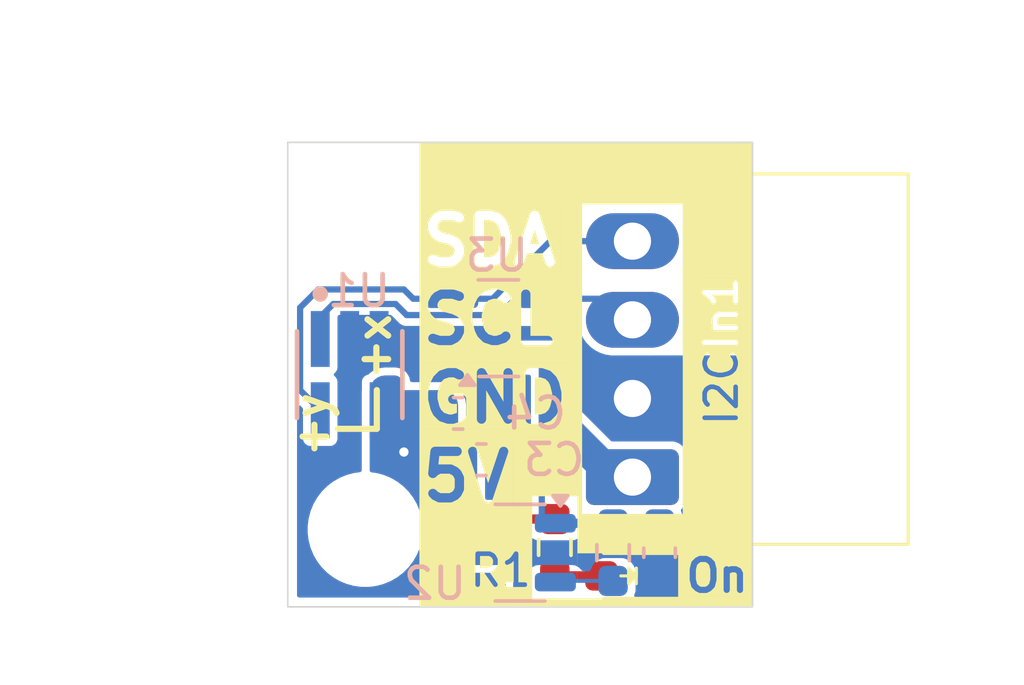
<source format=kicad_pcb>
(kicad_pcb (version 20240108) (generator "pcbnew") (generator_version "8.0")
  (title_block (title "Miniature TMAG Carrier") (rev "1") (company "SJSU Robotics"))
  (layers (0 "F.Cu" signal) (31 "B.Cu" signal) (34 "B.Paste" user) (35 "F.Paste" user) (36 "B.SilkS" user "B.Silkscreen") (37 "F.SilkS" user "F.Silkscreen") (38 "B.Mask" user) (39 "F.Mask" user) (44 "Edge.Cuts" user))
  (net 0 "")
  (net 1 "+5V")
  (net 2 "Net-(U2-EN)")
  (net 3 "+3V3")
  (net 4 "Net-(D1-A)")
  (net 5 "I2C_SCL")
  (net 6 "I2C_SDA")
  (net 8 "GND")
  (footprint "MountingHole:MountingHole_3.2mm_M3" (layer "F.Cu") (at 52.5 22.5)
    (property "Reference" "H1" (hide yes))
    (property "Value" "MountingHole")
    (pad "" np_thru_hole circle (at 0 0) (size 3.2 3.2) (drill 3.2) (layers "*.Cu" "*.Mask"))
  )
  (footprint "Temporary Common:Pluggable_Terminal_2.54mm_4P_Horizontal" (layer "F.Cu") (at 57.675 26.78 90)
    (property "Reference" "I2CIn1" (at 0.03 6.325 90) (layer "F.SilkS" knockout))
    (property "Value" "Conn_01x04_MountingPin")
    (fp_line (start -3.9 1) (end -4.2 1.6) (stroke (width 0.12)) (layer "F.SilkS"))
    (fp_line (start -4.5 1) (end -3.9 1) (stroke (width 0.12)) (layer "F.SilkS"))
    (fp_line (start -4.2 1.6) (end -4.5 1) (stroke (width 0.12)) (layer "F.SilkS"))
    (fp_line (start 5.76 2.25) (end 5.76 12.35) (stroke (width 0.1)) (layer "F.SilkS"))
    (fp_line (start -6.2 2.25) (end -6.2 12.35) (stroke (width 0.1)) (layer "F.SilkS"))
    (fp_line (start -6.2 12.35) (end 5.76 12.35) (stroke (width 0.1)) (layer "F.SilkS"))
    (pad "1" thru_hole roundrect (at -4.03 3.45 90) (size 1.8 3) (drill 1.2) (layers "*.Cu" "*.Mask") (roundrect_rratio 0.138889) (net 1 "+5V"))
    (pad "2" thru_hole oval (at -1.49 3.45 90) (size 1.8 3) (drill 1.2) (layers "*.Cu" "*.Mask") (net 8 "GND"))
    (pad "3" thru_hole oval (at 1.05 3.45 90) (size 1.8 3) (drill 1.2) (layers "*.Cu" "*.Mask") (net 5 "I2C_SCL"))
    (pad "4" thru_hole oval (at 3.59 3.45 90) (size 1.8 3) (drill 1.2) (layers "*.Cu" "*.Mask") (net 6 "I2C_SDA"))
  )
  (footprint "LED_SMD:LED_0603_1608Metric_Pad1.05x0.95mm_HandSolder" (layer "F.Cu") (at 61 34 180)
    (property "Reference" "D1" (hide yes))
    (property "Value" "LED")
    (fp_line (start 0.8 -0.735) (end -1.66 -0.735) (stroke (width 0.12)) (layer "F.SilkS"))
    (fp_line (start -1.66 0.735) (end 0.8 0.735) (stroke (width 0.12)) (layer "F.SilkS"))
    (fp_line (start -1.66 -0.735) (end -1.66 0.735) (stroke (width 0.12)) (layer "F.SilkS"))
    (pad "1" smd roundrect (at -0.875 0 180) (size 1.05 0.95) (layers "F.Cu" "F.Paste" "F.Mask") (net 8 "GND"))
    (pad "2" smd roundrect (at 0.875 0 180) (size 1.05 0.95) (layers "F.Cu" "F.Paste" "F.Mask") (net 4 "Net-(D1-A)"))
  )
  (footprint "Resistor_SMD:R_0603_1608Metric_Pad0.98x0.95mm_HandSolder" (layer "F.Cu") (at 58.619423 33.077649 -90)
    (property "Reference" "R1" (at 0.75 1.75 180) (layer "F.SilkS" knockout))
    (property "Value" "2.2k")
    (fp_line (start -0.254724 0.5225) (end 0.254724 0.5225) (stroke (width 0.12)) (layer "F.SilkS"))
    (fp_line (start -0.254724 -0.5225) (end 0.254724 -0.5225) (stroke (width 0.12)) (layer "F.SilkS"))
    (pad "1" smd roundrect (at -0.9125 0 270) (size 0.975 0.95) (layers "F.Cu" "F.Paste" "F.Mask") (net 3 "+3V3"))
    (pad "2" smd roundrect (at 0.9125 0 270) (size 0.975 0.95) (layers "F.Cu" "F.Paste" "F.Mask") (net 4 "Net-(D1-A)"))
  )
  (footprint "MountingHole:MountingHole_3.2mm_M3" (layer "F.Cu") (at 52.5 32.5)
    (property "Reference" "H2" (hide yes))
    (property "Value" "MountingHole")
    (pad "" np_thru_hole circle (at 0 0) (size 3.2 3.2) (drill 3.2) (layers "*.Cu" "*.Mask"))
  )
  (footprint "Capacitor_SMD:C_0603_1608Metric_Pad1.08x0.95mm_HandSolder" (layer "B.Cu") (at 62 33.25 -90)
    (property "Reference" "C1" (hide yes))
    (property "Value" "2.2u")
    (fp_line (start 0.146267 0.51) (end -0.146267 0.51) (stroke (width 0.12)) (layer "B.SilkS"))
    (fp_line (start 0.146267 -0.51) (end -0.146267 -0.51) (stroke (width 0.12)) (layer "B.SilkS"))
    (pad "1" smd roundrect (at -0.8625 0 270) (size 1.075 0.95) (layers "B.Cu" "B.Paste" "B.Mask") (net 1 "+5V"))
    (pad "2" smd roundrect (at 0.8625 0 270) (size 1.075 0.95) (layers "B.Cu" "B.Paste" "B.Mask") (net 8 "GND"))
  )
  (footprint "Package_TO_SOT_SMD:SOT-23-5" (layer "B.Cu") (at 57.5 33.25 180)
    (property "Reference" "U2" (at 2.75 -1 180) (layer "B.SilkS") (effects (justify mirror)))
    (property "Value" "TPMIC5504-3.3YM5")
    (fp_line (start 0.8 1.56) (end 0 1.56) (stroke (width 0.12)) (layer "B.SilkS"))
    (fp_line (start 0.8 -1.56) (end 0 -1.56) (stroke (width 0.12)) (layer "B.SilkS"))
    (fp_line (start -0.8 1.56) (end 0 1.56) (stroke (width 0.12)) (layer "B.SilkS"))
    (fp_line (start -0.8 -1.56) (end 0 -1.56) (stroke (width 0.12)) (layer "B.SilkS"))
    (fp_poly (pts (xy -1.3 1.51) (xy -1.54 1.84) (xy -1.06 1.84) (xy -1.3 1.51)) (stroke (width 0.12)) (fill solid) (layer "B.SilkS"))
    (pad "1" smd roundrect (at -1.1375 0.95 180) (size 1.325 0.6) (layers "B.Cu" "B.Paste" "B.Mask") (net 1 "+5V"))
    (pad "2" smd roundrect (at -1.1375 0 180) (size 1.325 0.6) (layers "B.Cu" "B.Paste" "B.Mask") (net 8 "GND"))
    (pad "3" smd roundrect (at -1.1375 -0.95 180) (size 1.325 0.6) (layers "B.Cu" "B.Paste" "B.Mask") (net 2 "Net-(U2-EN)"))
    (pad "4" smd roundrect (at 1.1375 -0.95 180) (size 1.325 0.6) (layers "B.Cu" "B.Paste" "B.Mask"))
    (pad "5" smd roundrect (at 1.1375 0.95 180) (size 1.325 0.6) (layers "B.Cu" "B.Paste" "B.Mask") (net 3 "+3V3"))
  )
  (footprint "Package_TO_SOT_SMD:SOT-143_Handsoldering" (layer "B.Cu") (at 56.8 26)
    (property "Reference" "U3" (at -0.05 -2.35 0) (layer "B.SilkS") (effects (justify mirror)))
    (property "Value" "DRTR5V0U2SRQ")
    (fp_line (start -0.62 1.56) (end 0.65 1.56) (stroke (width 0.12)) (layer "B.SilkS"))
    (fp_line (start 0.65 -1.56) (end -0.65 -1.56) (stroke (width 0.12)) (layer "B.SilkS"))
    (fp_poly (pts (xy -1 1.51) (xy -1.24 1.84) (xy -0.76 1.84) (xy -1 1.51)) (stroke (width 0.12)) (fill solid) (layer "B.SilkS"))
    (pad "1" smd roundrect (at -1.5 0.75) (size 1.7 1) (layers "B.Cu" "B.Paste" "B.Mask") (net 8 "GND"))
    (pad "2" smd roundrect (at -1.5 -0.95) (size 1.7 0.6) (layers "B.Cu" "B.Paste" "B.Mask") (net 6 "I2C_SDA"))
    (pad "3" smd roundrect (at 1.5 -0.95) (size 1.7 0.6) (layers "B.Cu" "B.Paste" "B.Mask") (net 5 "I2C_SCL"))
    (pad "4" smd roundrect (at 1.5 0.95) (size 1.7 0.6) (layers "B.Cu" "B.Paste" "B.Mask") (net 1 "+5V"))
  )
  (footprint "Capacitor_SMD:C_0603_1608Metric_Pad1.08x0.95mm_HandSolder" (layer "B.Cu") (at 56.25 30.25)
    (property "Reference" "C3" (at 2.35 0 0) (layer "B.SilkS") (effects (justify mirror)))
    (property "Value" "100n")
    (fp_line (start 0.146267 -0.51) (end -0.146267 -0.51) (stroke (width 0.12)) (layer "B.SilkS"))
    (fp_line (start 0.146267 0.51) (end -0.146267 0.51) (stroke (width 0.12)) (layer "B.SilkS"))
    (pad "1" smd roundrect (at -0.8625 0) (size 1.075 0.95) (layers "B.Cu" "B.Paste" "B.Mask") (net 3 "+3V3"))
    (pad "2" smd roundrect (at 0.8625 0) (size 1.075 0.95) (layers "B.Cu" "B.Paste" "B.Mask") (net 8 "GND"))
  )
  (footprint "Capacitor_SMD:C_0603_1608Metric_Pad1.08x0.95mm_HandSolder" (layer "B.Cu") (at 55.5 28.75)
    (property "Reference" "C4" (at 2.5 0 180) (layer "B.SilkS") (effects (justify mirror)))
    (property "Value" "1u")
    (fp_line (start 0.146267 -0.51) (end -0.146267 -0.51) (stroke (width 0.12)) (layer "B.SilkS"))
    (fp_line (start 0.146267 0.51) (end -0.146267 0.51) (stroke (width 0.12)) (layer "B.SilkS"))
    (pad "1" smd roundrect (at -0.8625 0) (size 1.075 0.95) (layers "B.Cu" "B.Paste" "B.Mask") (net 3 "+3V3"))
    (pad "2" smd roundrect (at 0.8625 0) (size 1.075 0.95) (layers "B.Cu" "B.Paste" "B.Mask") (net 8 "GND"))
  )
  (footprint "footprints:DBV0006A-IPC_A" (layer "B.Cu") (at 52 27.5 -90)
    (property "Reference" "U1" (at -2.7 -0.3 0) (layer "B.SilkS") (effects (justify mirror)))
    (property "Value" "TMAG5273B1QDBVR" (hide yes))
    (fp_line (start 1.4 1.699999) (end -1.4 1.699999) (stroke (width 0.15)) (layer "B.SilkS"))
    (fp_line (start 1.4 -1.699999) (end -1.4 -1.699999) (stroke (width 0.15)) (layer "B.SilkS"))
    (fp_circle (center -2.603101 0.950001) (end -2.4781 0.950001) (stroke (width 0.25)) (fill none) (layer "B.SilkS"))
    (pad "1" smd rect (at -1.150483 0.950001 270) (size 1.805236 0.609806) (layers "B.Cu" "B.Paste" "B.Mask") (net 5 "I2C_SCL"))
    (pad "2" smd rect (at -1.150483 0 270) (size 1.805236 0.609806) (layers "B.Cu" "B.Paste" "B.Mask") (net 8 "GND"))
    (pad "3" smd rect (at -1.150483 -0.950001 270) (size 1.805236 0.609806) (layers "B.Cu" "B.Paste" "B.Mask") (net 8 "GND"))
    (pad "4" smd rect (at 1.150483 -0.950001 270) (size 1.805236 0.609806) (layers "B.Cu" "B.Paste" "B.Mask") (net 3 "+3V3"))
    (pad "5" smd rect (at 1.150483 0 270) (size 1.805236 0.609806) (layers "B.Cu" "B.Paste" "B.Mask") (net 8 "GND"))
    (pad "6" smd rect (at 1.150483 0.950001 270) (size 1.805236 0.609806) (layers "B.Cu" "B.Paste" "B.Mask") (net 6 "I2C_SDA"))
  )
  (footprint "Resistor_SMD:R_0603_1608Metric_Pad0.98x0.95mm_HandSolder" (layer "B.Cu") (at 60.5 33.25 -90)
    (property "Reference" "R2" (hide yes))
    (property "Value" "100k")
    (fp_line (start 0.254724 0.5225) (end -0.254724 0.5225) (stroke (width 0.12)) (layer "B.SilkS"))
    (fp_line (start 0.254724 -0.5225) (end -0.254724 -0.5225) (stroke (width 0.12)) (layer "B.SilkS"))
    (pad "1" smd roundrect (at -0.9125 0 270) (size 0.975 0.95) (layers "B.Cu" "B.Paste" "B.Mask") (net 1 "+5V"))
    (pad "2" smd roundrect (at 0.9125 0 270) (size 0.975 0.95) (layers "B.Cu" "B.Paste" "B.Mask") (net 2 "Net-(U2-EN)"))
  )
  (gr_line (start 60.75 34) (end 61.25 34) (stroke (width 0.1)) (layer "F.SilkS"))
  (gr_line (start 61.25 33.75) (end 61.25 34.25) (stroke (width 0.1)) (layer "F.SilkS"))
  (gr_line (start 52.875 29.25) (end 51.625 29.25) (stroke (width 0.2)) (layer "F.SilkS"))
  (gr_line (start 61.25 34) (end 61.25 33.75) (stroke (width 0.1)) (layer "F.SilkS"))
  (gr_poly (pts (xy 61 33.75) (xy 61 34.25) (xy 61.25 34)) (stroke (width 0.1)) (fill solid) (layer "F.SilkS"))
  (gr_line (start 52.875 29.25) (end 52.875 28) (stroke (width 0.2)) (layer "F.SilkS"))
  (gr_rect (start 50 20) (end 65 35) (stroke (width 0.05)) (fill none) (layer "Edge.Cuts"))
  (gr_text "GND" (at 54.2 28.26 0) (layer "F.SilkS" knockout) (effects (font (size 1.5 1.5) (thickness 0.3) (bold yes)) (justify left)))
  (gr_text "SCL" (at 54.2 25.72 0) (layer "F.SilkS" knockout) (effects (font (size 1.5 1.5) (thickness 0.3) (bold yes)) (justify left)))
  (gr_text "+x" (at 53.375 27.75 90) (layer "F.SilkS") (effects (font (size 1 1) (thickness 0.2) (bold yes)) (justify left bottom)))
  (gr_text "On" (at 62.75 34 0) (layer "F.SilkS" knockout) (effects (font (size 1 1) (thickness 0.2) (bold yes)) (justify left)))
  (gr_text "+y" (at 51.375 30.25 90) (layer "F.SilkS") (effects (font (size 1 1) (thickness 0.2) (bold yes)) (justify left bottom)))
  (gr_text "SDA" (at 54.2 23.18 0) (layer "F.SilkS" knockout) (effects (font (size 1.5 1.5) (thickness 0.3) (bold yes)) (justify left)))
  (gr_text "5V" (at 54.2 30.8 0) (layer "F.SilkS" knockout) (effects (font (size 1.5 1.5) (thickness 0.3) (bold yes)) (justify left)))
  (segment (start 59.1625 29.4375) (end 60.535 30.81) (width 1) (layer "B.Cu") (net 1))
  (segment (start 58.6 28.875) (end 59.1625 29.4375) (width 1) (layer "B.Cu") (net 1))
  (segment (start 58.4 29.3) (end 58.3 29.3) (width 0.2) (layer "B.Cu") (net 1))
  (segment (start 58.6 28.75) (end 58.6 27.248854) (width 1) (layer "B.Cu") (net 1))
  (segment (start 58.3 29.3) (end 58.2 29.4) (width 0.2) (layer "B.Cu") (net 1))
  (segment (start 58.2 29.3) (end 58.4 29.3) (width 0.2) (layer "B.Cu") (net 1))
  (segment (start 58.2 29.4) (end 58.2 32.25) (width 0.2) (layer "B.Cu") (net 1))
  (segment (start 58.2 29.4) (end 58.2 28.7) (width 0.2) (layer "B.Cu") (net 1))
  (segment (start 58.6375 32.3) (end 61.9625 32.3) (width 0.3) (layer "B.Cu") (net 1))
  (segment (start 58.4 29.3) (end 58.6 29.3) (width 0.2) (layer "B.Cu") (net 1))
  (segment (start 60.5 34.1625) (end 58.675 34.1625) (width 0.127) (layer "B.Cu") (net 2))
  (segment (start 53.75 30) (end 55.914113 32.164113) (width 0.3) (layer "F.Cu") (net 3))
  (segment (start 55.914113 32.164113) (end 58.520397 32.164113) (width 0.3) (layer "F.Cu") (net 3))
  (via (at 53.75 30) (size 0.6) (drill 0.3) (layers "F.Cu" "B.Cu") (net 3))
  (segment (start 58.555103 34) (end 60.125 34) (width 0.3) (layer "F.Cu") (net 4))
  (segment (start 56.823 25.577) (end 53.839005 25.577) (width 0.2) (layer "B.Cu") (net 5))
  (segment (start 53.481904 25.219899) (end 51.468097 25.219899) (width 0.2) (layer "B.Cu") (net 5))
  (segment (start 60.445 25.05) (end 57.35 25.05) (width 0.2) (layer "B.Cu") (net 5))
  (segment (start 57.35 25.05) (end 56.823 25.577) (width 0.2) (layer "B.Cu") (net 5))
  (segment (start 51.468097 25.219899) (end 51.049999 25.637997) (width 0.2) (layer "B.Cu") (net 5))
  (segment (start 53.839005 25.577) (end 53.481904 25.219899) (width 0.2) (layer "B.Cu") (net 5))
  (segment (start 61.125 23.19) (end 58.472684 23.19) (width 0.2) (layer "B.Cu") (net 6))
  (segment (start 54.05 25.05) (end 53.750001 24.750001) (width 0.2) (layer "B.Cu") (net 6))
  (segment (start 50.987994 24.750001) (end 50.4 25.337995) (width 0.2) (layer "B.Cu") (net 6))
  (segment (start 50.4 25.337995) (end 50.4 28.000484) (width 0.2) (layer "B.Cu") (net 6))
  (segment (start 53.750001 24.750001) (end 50.987994 24.750001) (width 0.2) (layer "B.Cu") (net 6))
  (segment (start 58.472684 23.19) (end 56.612684 25.05) (width 0.2) (layer "B.Cu") (net 6))
  (segment (start 56.612684 25.05) (end 54.05 25.05) (width 0.2) (layer "B.Cu") (net 6))
  (segment (start 50.4 28.000484) (end 51.049999 28.650483) (width 0.2) (layer "B.Cu") (net 6))
  (segment (start 63.6 29.845) (end 63.6 32.85) (width 0.3) (layer "F.Cu") (net 8))
  (segment (start 63.6 32.85) (end 62.45 34) (width 0.3) (layer "F.Cu") (net 8))
  (segment (start 62.025 28.27) (end 63.6 29.845) (width 0.3) (layer "F.Cu") (net 8))
  (segment (start 62.45 34) (end 61.875 34) (width 0.3) (layer "F.Cu") (net 8))
  (zone (net 3) (net_name "+3V3") (layer "B.Cu") (priority 3) (connect_pads yes (clearance 0.25)) (min_thickness 0.127) (fill yes (thermal_gap 0.5) (thermal_bridge_width 0.5) (smoothing fillet) (radius 0.5))
    (polygon (pts (xy 52.645 27.525) (xy 52.645 32.9) (xy 57.031857 32.9) (xy 57.031857 31.801157) (xy 56.113986 31.801157) (xy 56.113986 29.7) (xy 55.5 29.7) (xy 55.5 28) (xy 53.699999 28) (xy 53.7 27.525)))
  )
  (zone (net 8) (net_name "GND") (layer "B.Cu") (priority 2) (connect_pads yes (clearance 0.25)) (min_thickness 0.127) (fill yes (thermal_gap 0.5) (thermal_bridge_width 0.5) (smoothing fillet) (radius 0.5))
    (polygon (pts (xy 50 35) (xy 50 25.3) (xy 56.8 25.3) (xy 56.8 25.93) (xy 59.8 25.93) (xy 60.5 26.879265) (xy 65 26.879265) (xy 65 35)))
  )
  (zone (net 0) (net_name "") (layer "F.SilkS") (connect_pads (clearance 0.4)) (min_thickness 0) (fill yes (thermal_gap 0.5) (thermal_bridge_width 0.5))
    (polygon (pts (xy 54.25 20) (xy 54.25 35) (xy 65 35) (xy 65 20)))
  )
)
</source>
